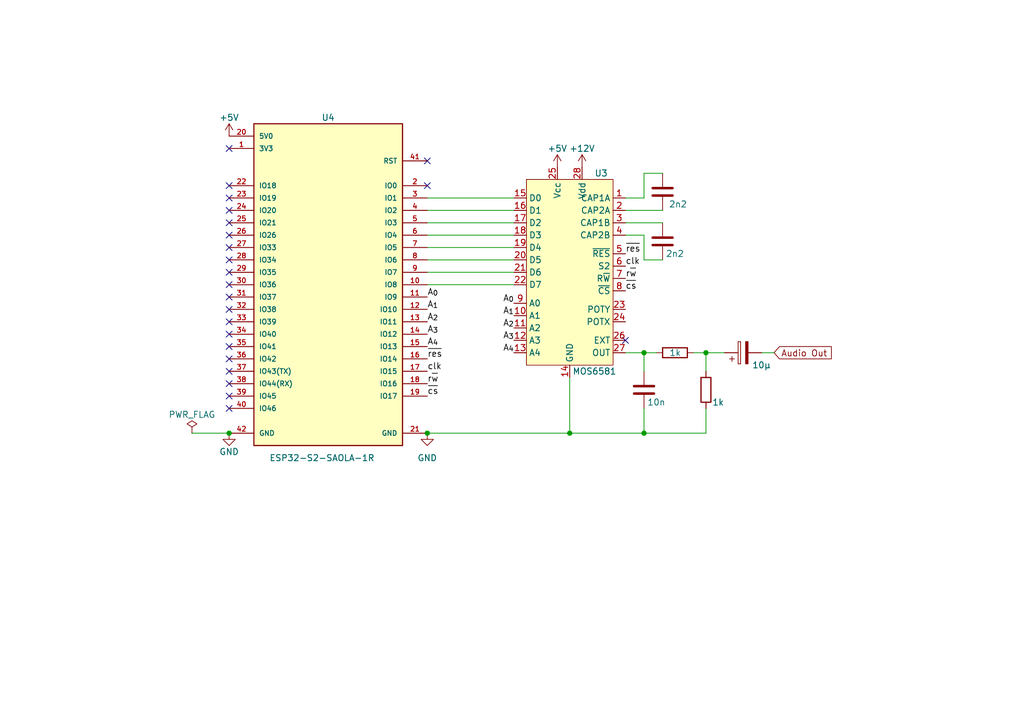
<source format=kicad_sch>
(kicad_sch (version 20230121) (generator eeschema)
  (paper "A5")
  (lib_symbols
    (symbol "Device:C" (pin_numbers hide) (pin_names (offset 0.254))
      (property "Reference" "C" (at 0.635 2.54 0))
      (property "Value" "C" (at 0.635 -2.54 0))
      (symbol "C_0_1"
        (polyline (pts (xy -2.032 -0.762) (xy 2.032 -0.762)) (stroke (width 0.508)))
        (polyline (pts (xy -2.032 0.762) (xy 2.032 0.762)) (stroke (width 0.508)))
      )
      (symbol "C_1_1"
        (pin passive line (at 0 3.81 270) (length 2.794) (name "~") (number "1"))
        (pin passive line (at 0 -3.81 90) (length 2.794) (name "~") (number "2"))
      )
    )
    (symbol "Device:C_Polarized" (pin_numbers hide) (pin_names (offset 0.254))
      (property "Reference" "C" (at 0.635 2.54 0))
      (property "Value" "C_Polarized" (at 0.635 -2.54 0))
      (symbol "C_Polarized_0_1"
        (rectangle (start -2.286 0.508) (end 2.286 1.016))
        (polyline (pts (xy -1.778 2.286) (xy -0.762 2.286)))
        (polyline (pts (xy -1.27 2.794) (xy -1.27 1.778)))
        (rectangle (start 2.286 -0.508) (end -2.286 -1.016) (fill (type outline)))
      )
      (symbol "C_Polarized_1_1"
        (pin passive line (at 0 3.81 270) (length 2.794) (name "~") (number "1"))
        (pin passive line (at 0 -3.81 90) (length 2.794) (name "~") (number "2"))
      )
    )
    (symbol "Device:R" (pin_numbers hide) (pin_names (offset 0))
      (property "Reference" "R" (at 2.032 0 90))
      (property "Value" "R" (at 0 0 90))
      (symbol "R_0_1"
        (rectangle (start -1.016 -2.54) (end 1.016 2.54) (stroke (width 0.254)))
      )
      (symbol "R_1_1"
        (pin passive line (at 0 3.81 270) (length 1.27) (name "~") (number "1"))
        (pin passive line (at 0 -3.81 90) (length 1.27) (name "~") (number "2"))
      )
    )
    (symbol "MOS6581_1"
      (property "Reference" "U" (at -6.35 3.81 0))
      (property "Value" "MOS6581" (at 5.08 -36.83 0))
      (symbol "MOS6581_1_1_1"
        (rectangle (start -8.89 2.54) (end 8.89 -35.56) (fill (type background)))
        (pin passive line (at 11.43 -1.27 180) (length 2.54) (name "CAP1A") (number "1"))
        (pin input line (at -11.43 -25.4 0) (length 2.54) (name "A1") (number "10"))
        (pin input line (at -11.43 -27.94 0) (length 2.54) (name "A2") (number "11"))
        (pin input line (at -11.43 -30.48 0) (length 2.54) (name "A3") (number "12"))
        (pin input line (at -11.43 -33.02 0) (length 2.54) (name "A4") (number "13"))
        (pin power_in line (at 0 -38.1 90) (length 2.54) (name "GND") (number "14"))
        (pin bidirectional line (at -11.43 -1.27 0) (length 2.54) (name "D0") (number "15"))
        (pin bidirectional line (at -11.43 -3.81 0) (length 2.54) (name "D1") (number "16"))
        (pin bidirectional line (at -11.43 -6.35 0) (length 2.54) (name "D2") (number "17"))
        (pin bidirectional line (at -11.43 -8.89 0) (length 2.54) (name "D3") (number "18"))
        (pin bidirectional line (at -11.43 -11.43 0) (length 2.54) (name "D4") (number "19"))
        (pin passive line (at 11.43 -3.81 180) (length 2.54) (name "CAP2A") (number "2"))
        (pin bidirectional line (at -11.43 -13.97 0) (length 2.54) (name "D5") (number "20"))
        (pin bidirectional line (at -11.43 -16.51 0) (length 2.54) (name "D6") (number "21"))
        (pin bidirectional line (at -11.43 -19.05 0) (length 2.54) (name "D7") (number "22"))
        (pin passive line (at 11.43 -24.13 180) (length 2.54) (name "POTY") (number "23"))
        (pin passive line (at 11.43 -26.67 180) (length 2.54) (name "POTX") (number "24"))
        (pin power_in line (at -2.54 5.08 270) (length 2.54) (name "Vcc") (number "25"))
        (pin input line (at 11.43 -30.48 180) (length 2.54) (name "EXT") (number "26"))
        (pin output line (at 11.43 -33.02 180) (length 2.54) (name "OUT") (number "27"))
        (pin power_in line (at 2.54 5.08 270) (length 2.54) (name "Vdd") (number "28"))
        (pin passive line (at 11.43 -6.35 180) (length 2.54) (name "CAP1B") (number "3"))
        (pin passive line (at 11.43 -8.89 180) (length 2.54) (name "CAP2B") (number "4"))
        (pin input line (at 11.43 -12.7 180) (length 2.54) (name "~{RES}") (number "5"))
        (pin input line (at 11.43 -15.24 180) (length 2.54) (name "S2") (number "6"))
        (pin input line (at 11.43 -17.78 180) (length 2.54) (name "R~{W}") (number "7"))
        (pin input line (at 11.43 -20.32 180) (length 2.54) (name "~{CS}") (number "8"))
        (pin input line (at -11.43 -22.86 0) (length 2.54) (name "A0") (number "9"))
      )
    )
    (symbol "parts:ESP32-S2-SAOLA-1R" (pin_names (offset 1.016))
      (property "Reference" "U" (at -15.24 35.56 0))
      (property "Value" "ESP32-S2-SAOLA-1R" (at -15.24 -35.56 0))
      (symbol "ESP32-S2-SAOLA-1R_0_0"
        (rectangle (start -15.24 -33.02) (end 15.24 33.02) (stroke (width 0.254)) (fill (type background)))
        (pin bidirectional line (at -20.32 0 0) (length 5.08) (name "IO8") (number "10"))
        (pin bidirectional line (at -20.32 -2.54 0) (length 5.08) (name "IO9") (number "11"))
        (pin bidirectional line (at -20.32 -5.08 0) (length 5.08) (name "IO10") (number "12"))
        (pin bidirectional line (at -20.32 -7.62 0) (length 5.08) (name "IO11") (number "13"))
        (pin bidirectional line (at -20.32 -10.16 0) (length 5.08) (name "IO12") (number "14"))
        (pin bidirectional line (at -20.32 -12.7 0) (length 5.08) (name "IO13") (number "15"))
        (pin bidirectional line (at -20.32 -15.24 0) (length 5.08) (name "IO14") (number "16"))
        (pin bidirectional line (at -20.32 -17.78 0) (length 5.08) (name "IO15") (number "17"))
        (pin bidirectional line (at -20.32 -20.32 0) (length 5.08) (name "IO16") (number "18"))
        (pin bidirectional line (at -20.32 -22.86 0) (length 5.08) (name "IO17") (number "19"))
        (pin bidirectional line (at -20.32 20.32 0) (length 5.08) (name "IO0") (number "2"))
        (pin power_in line (at 20.32 30.48 180) (length 5.08) (name "5V0") (number "20"))
        (pin power_in line (at -20.32 -30.48 0) (length 5.08) (name "GND") (number "21"))
        (pin bidirectional line (at 20.32 20.32 180) (length 5.08) (name "IO18") (number "22"))
        (pin bidirectional line (at 20.32 17.78 180) (length 5.08) (name "IO19") (number "23"))
        (pin bidirectional line (at 20.32 15.24 180) (length 5.08) (name "IO20") (number "24"))
        (pin bidirectional line (at 20.32 12.7 180) (length 5.08) (name "IO21") (number "25"))
        (pin bidirectional line (at 20.32 10.16 180) (length 5.08) (name "IO26") (number "26"))
        (pin bidirectional line (at 20.32 7.62 180) (length 5.08) (name "IO33") (number "27"))
        (pin bidirectional line (at 20.32 5.08 180) (length 5.08) (name "IO34") (number "28"))
        (pin bidirectional line (at 20.32 2.54 180) (length 5.08) (name "IO35") (number "29"))
        (pin bidirectional line (at -20.32 17.78 0) (length 5.08) (name "IO1") (number "3"))
        (pin bidirectional line (at 20.32 0 180) (length 5.08) (name "IO36") (number "30"))
        (pin bidirectional line (at 20.32 -2.54 180) (length 5.08) (name "IO37") (number "31"))
        (pin bidirectional line (at 20.32 -5.08 180) (length 5.08) (name "IO38") (number "32"))
        (pin bidirectional line (at 20.32 -7.62 180) (length 5.08) (name "IO39") (number "33"))
        (pin bidirectional line (at 20.32 -10.16 180) (length 5.08) (name "IO40") (number "34"))
        (pin bidirectional line (at 20.32 -12.7 180) (length 5.08) (name "IO41") (number "35"))
        (pin bidirectional line (at 20.32 -15.24 180) (length 5.08) (name "IO42") (number "36"))
        (pin bidirectional line (at 20.32 -17.78 180) (length 5.08) (name "IO43(TX)") (number "37"))
        (pin bidirectional line (at 20.32 -20.32 180) (length 5.08) (name "IO44(RX)") (number "38"))
        (pin bidirectional line (at 20.32 -22.86 180) (length 5.08) (name "IO45") (number "39"))
        (pin bidirectional line (at -20.32 15.24 0) (length 5.08) (name "IO2") (number "4"))
        (pin input line (at 20.32 -25.4 180) (length 5.08) (name "IO46") (number "40"))
        (pin input line (at -20.32 25.4 0) (length 5.08) (name "RST") (number "41"))
        (pin power_in line (at 20.32 -30.48 180) (length 5.08) (name "GND") (number "42"))
        (pin bidirectional line (at -20.32 12.7 0) (length 5.08) (name "IO3") (number "5"))
        (pin bidirectional line (at -20.32 10.16 0) (length 5.08) (name "IO4") (number "6"))
        (pin bidirectional line (at -20.32 7.62 0) (length 5.08) (name "IO5") (number "7"))
        (pin bidirectional line (at -20.32 5.08 0) (length 5.08) (name "IO6") (number "8"))
        (pin bidirectional line (at -20.32 2.54 0) (length 5.08) (name "IO7") (number "9"))
      )
      (symbol "ESP32-S2-SAOLA-1R_1_0"
        (pin power_out line (at 20.32 27.94 180) (length 5.08) (name "3V3") (number "1"))
      )
    )
    (symbol "power:+12V" (power) (pin_names (offset 0))
      (property "Value" "+12V" (at 0 3.556 0))
      (symbol "+12V_0_1"
        (polyline (pts (xy -0.762 1.27) (xy 0 2.54)))
        (polyline (pts (xy 0 0) (xy 0 2.54)))
        (polyline (pts (xy 0 2.54) (xy 0.762 1.27)))
      )
      (symbol "+12V_1_1"
        (pin power_in line (at 0 0 90) (length 0) hide (name "+12V") (number "1"))
      )
    )
    (symbol "power:+5V" (power) (pin_names (offset 0))
      (property "Value" "+5V" (at 0 3.556 0))
      (symbol "+5V_0_1"
        (polyline (pts (xy -0.762 1.27) (xy 0 2.54)))
        (polyline (pts (xy 0 0) (xy 0 2.54)))
        (polyline (pts (xy 0 2.54) (xy 0.762 1.27)))
      )
      (symbol "+5V_1_1"
        (pin power_in line (at 0 0 90) (length 0) hide (name "+5V") (number "1"))
      )
    )
    (symbol "power:GND" (power) (pin_names (offset 0))
      (property "Value" "GND" (at 0 -3.81 0))
      (symbol "GND_0_1"
        (polyline (pts (xy 0 0) (xy 0 -1.27) (xy 1.27 -1.27) (xy 0 -2.54) (xy -1.27 -1.27) (xy 0 -1.27)))
      )
      (symbol "GND_1_1"
        (pin power_in line (at 0 0 270) (length 0) hide (name "GND") (number "1"))
      )
    )
    (symbol "power:PWR_FLAG" (power) (pin_numbers hide) (pin_names (offset 0) hide)
      (property "Value" "PWR_FLAG" (at 0 3.81 0))
      (symbol "PWR_FLAG_0_0"
        (pin power_out line (at 0 0 90) (length 0) (name "pwr") (number "1"))
      )
      (symbol "PWR_FLAG_0_1"
        (polyline (pts (xy 0 0) (xy 0 1.27) (xy -1.016 1.905) (xy 0 2.54) (xy 1.016 1.905) (xy 0 1.27)))
      )
    )
  )
  (junction (at 87.63 88.9))
  (junction (at 46.99 88.9))
  (junction (at 132.08 72.39))
  (junction (at 132.08 88.9))
  (junction (at 144.78 72.39))
  (junction (at 116.84 88.9))
  (no_connect (at 46.99 43.18))
  (no_connect (at 46.99 58.42))
  (no_connect (at 46.99 83.82))
  (no_connect (at 87.63 38.1))
  (no_connect (at 46.99 63.5))
  (no_connect (at 46.99 60.96))
  (no_connect (at 46.99 78.74))
  (no_connect (at 46.99 38.1))
  (no_connect (at 46.99 73.66))
  (no_connect (at 46.99 68.58))
  (no_connect (at 128.27 69.85))
  (no_connect (at 46.99 71.12))
  (no_connect (at 46.99 48.26))
  (no_connect (at 46.99 76.2))
  (no_connect (at 46.99 55.88))
  (no_connect (at 46.99 45.72))
  (no_connect (at 46.99 81.28))
  (no_connect (at 46.99 30.48))
  (no_connect (at 46.99 66.04))
  (no_connect (at 46.99 40.64))
  (no_connect (at 46.99 50.8))
  (no_connect (at 46.99 53.34))
  (no_connect (at 87.63 33.02))
  (wire (pts (xy 132.08 83.82) (xy 132.08 88.9)))
  (wire (pts (xy 128.27 72.39) (xy 132.08 72.39)))
  (wire (pts (xy 87.63 48.26) (xy 105.41 48.26)))
  (wire (pts (xy 128.27 43.18) (xy 135.89 43.18)))
  (wire (pts (xy 142.24 72.39) (xy 144.78 72.39)))
  (wire (pts (xy 116.84 88.9) (xy 132.08 88.9)))
  (wire (pts (xy 87.63 58.42) (xy 105.41 58.42)))
  (wire (pts (xy 132.08 48.26) (xy 128.27 48.26)))
  (wire (pts (xy 132.08 72.39) (xy 134.62 72.39)))
  (wire (pts (xy 144.78 72.39) (xy 148.59 72.39)))
  (wire (pts (xy 132.08 88.9) (xy 144.78 88.9)))
  (wire (pts (xy 87.63 43.18) (xy 105.41 43.18)))
  (wire (pts (xy 39.37 88.9) (xy 46.99 88.9)))
  (wire (pts (xy 132.08 72.39) (xy 132.08 76.2)))
  (wire (pts (xy 132.08 35.56) (xy 135.89 35.56)))
  (wire (pts (xy 87.63 45.72) (xy 105.41 45.72)))
  (wire (pts (xy 144.78 76.2) (xy 144.78 72.39)))
  (wire (pts (xy 87.63 55.88) (xy 105.41 55.88)))
  (wire (pts (xy 132.08 48.26) (xy 132.08 53.34)))
  (wire (pts (xy 132.08 40.64) (xy 132.08 35.56)))
  (wire (pts (xy 87.63 88.9) (xy 116.84 88.9)))
  (wire (pts (xy 87.63 50.8) (xy 105.41 50.8)))
  (wire (pts (xy 87.63 53.34) (xy 105.41 53.34)))
  (wire (pts (xy 144.78 83.82) (xy 144.78 88.9)))
  (wire (pts (xy 87.63 40.64) (xy 105.41 40.64)))
  (wire (pts (xy 128.27 45.72) (xy 135.89 45.72)))
  (wire (pts (xy 156.21 72.39) (xy 158.75 72.39)))
  (wire (pts (xy 132.08 53.34) (xy 135.89 53.34)))
  (wire (pts (xy 132.08 40.64) (xy 128.27 40.64)))
  (wire (pts (xy 116.84 88.9) (xy 116.84 77.47)))
  (label "A_{1}" (at 87.63 63.5 0))
  (label "clk" (at 87.63 76.2 0))
  (label "A_{4}" (at 87.63 71.12 0))
  (label "A_{3}" (at 87.63 68.58 0))
  (label "~{cs}" (at 87.63 81.28 0))
  (label "A_{4}" (at 105.41 72.39 180))
  (label "r~{w}" (at 87.63 78.74 0))
  (label "~{cs}" (at 128.27 59.69 0))
  (label "clk" (at 128.27 54.61 0))
  (label "A_{3}" (at 105.41 69.85 180))
  (label "A_{0}" (at 87.63 60.96 0))
  (label "~{res}" (at 87.63 73.66 0))
  (label "r~{w}" (at 128.27 57.15 0))
  (label "A_{2}" (at 87.63 66.04 0))
  (label "A_{2}" (at 105.41 67.31 180))
  (label "~{res}" (at 128.27 52.07 0))
  (label "A_{1}" (at 105.41 64.77 180))
  (label "A_{0}" (at 105.41 62.23 180))
  (global_label "Audio Out" (shape input) (at 158.75 72.39 0) (property "Intersheetrefs" "${INTERSHEET_REFS}" (effects hide)))
  (symbol (lib_id "Device:C_Polarized") (at 152.4 72.39 90) (unit 1)
    (property "Reference" "C5" (effects hide))
    (property "Value" "10µ" (at 156.21 74.93 90))
  )
  (symbol (lib_id "Device:C") (at 135.89 49.53 0) (unit 1)
    (property "Reference" "C2" (effects hide))
    (property "Value" "2n2" (at 136.525 52.07 0) (effects (justify left)))
  )
  (symbol (lib_id "parts:ESP32-S2-SAOLA-1R") (at 67.31 58.42 0) (mirror y) (unit 1)
    (property "Reference" "U4" (at 67.31 24.13 0))
    (property "Value" "ESP32-S2-SAOLA-1R" (at 66.04 93.98 0))
    (property "Footprint" "XCVR_ESP32-S2-SAOLA-1R" (effects hide))
    (property "PARTREV" "1.2" (effects hide))
    (property "STANDARD" "Manufacturer Recommendations" (effects hide))
    (property "MANUFACTURER" "Espressif" (effects hide))
  )
  (symbol (lib_id "Device:R") (at 138.43 72.39 90) (unit 1)
    (property "Reference" "R18" (effects hide))
    (property "Value" "1k" (at 139.7 72.39 90) (effects (justify left)))
  )
  (symbol (lib_id "power:GND") (at 46.99 88.9 0) (unit 1)
    (property "Reference" "#PWR06" (effects hide))
    (property "Value" "GND" (at 46.99 92.71 0))
  )
  (symbol (lib_id "Device:R") (at 144.78 80.01 0) (unit 1)
    (property "Reference" "R17" (effects hide))
    (property "Value" "1k" (at 146.05 82.55 0) (effects (justify left)))
  )
  (symbol (lib_id "power:+12V") (at 119.38 34.29 0) (unit 1)
    (property "Reference" "#PWR05" (effects hide))
    (property "Value" "+12V" (at 119.38 30.48 0))
  )
  (symbol (lib_id "power:GND") (at 87.63 88.9 0) (unit 1)
    (property "Reference" "#PWR03" (effects hide))
    (property "Value" "GND" (at 87.63 93.98 0))
  )
  (symbol (lib_name "MOS6581_1") (lib_id "parts:MOS6581") (at 116.84 39.37 0) (unit 1)
    (property "Reference" "U3" (at 121.92 35.56 0) (effects (justify left)))
    (property "Value" "MOS6581" (at 121.92 76.2 0))
  )
  (symbol (lib_id "Device:C") (at 135.89 39.37 180) (unit 1)
    (property "Reference" "C1" (effects hide))
    (property "Value" "2n2" (at 137.16 41.91 0) (effects (justify right)))
  )
  (symbol (lib_id "power:+5V") (at 114.3 34.29 0) (unit 1)
    (property "Reference" "#PWR013" (effects hide))
    (property "Value" "+5V" (at 114.3 30.48 0))
  )
  (symbol (lib_id "Device:C") (at 132.08 80.01 0) (unit 1)
    (property "Reference" "C6" (effects hide))
    (property "Value" "10n" (at 132.715 82.55 0) (effects (justify left)))
  )
  (symbol (lib_id "power:+5V") (at 46.99 27.94 0) (unit 1)
    (property "Reference" "#PWR015" (effects hide))
    (property "Value" "+5V" (at 46.99 24.13 0))
  )
  (symbol (lib_id "power:PWR_FLAG") (at 39.37 88.9 0) (unit 1)
    (property "Reference" "#FLG02" (effects hide))
    (property "Value" "PWR_FLAG" (at 39.37 85.09 0))
  )
)
</source>
